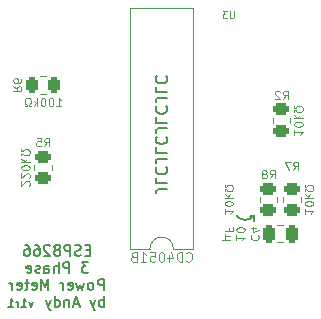
<source format=gbo>
G04 #@! TF.GenerationSoftware,KiCad,Pcbnew,(6.0.2)*
G04 #@! TF.CreationDate,2022-09-28T01:57:24+02:00*
G04 #@! TF.ProjectId,Tiny-Power-Meter,54696e79-2d50-46f7-9765-722d4d657465,rev?*
G04 #@! TF.SameCoordinates,Original*
G04 #@! TF.FileFunction,Legend,Bot*
G04 #@! TF.FilePolarity,Positive*
%FSLAX46Y46*%
G04 Gerber Fmt 4.6, Leading zero omitted, Abs format (unit mm)*
G04 Created by KiCad (PCBNEW (6.0.2)) date 2022-09-28 01:57:24*
%MOMM*%
%LPD*%
G01*
G04 APERTURE LIST*
G04 Aperture macros list*
%AMRoundRect*
0 Rectangle with rounded corners*
0 $1 Rounding radius*
0 $2 $3 $4 $5 $6 $7 $8 $9 X,Y pos of 4 corners*
0 Add a 4 corners polygon primitive as box body*
4,1,4,$2,$3,$4,$5,$6,$7,$8,$9,$2,$3,0*
0 Add four circle primitives for the rounded corners*
1,1,$1+$1,$2,$3*
1,1,$1+$1,$4,$5*
1,1,$1+$1,$6,$7*
1,1,$1+$1,$8,$9*
0 Add four rect primitives between the rounded corners*
20,1,$1+$1,$2,$3,$4,$5,0*
20,1,$1+$1,$4,$5,$6,$7,0*
20,1,$1+$1,$6,$7,$8,$9,0*
20,1,$1+$1,$8,$9,$2,$3,0*%
G04 Aperture macros list end*
%ADD10C,0.150000*%
%ADD11C,0.130000*%
%ADD12C,0.120000*%
%ADD13C,0.100000*%
%ADD14R,2.200000X2.200000*%
%ADD15C,2.200000*%
%ADD16R,1.350000X1.350000*%
%ADD17O,1.350000X1.350000*%
%ADD18C,1.350000*%
%ADD19R,1.700000X1.700000*%
%ADD20O,1.700000X1.700000*%
%ADD21C,0.700000*%
%ADD22C,4.400000*%
%ADD23RoundRect,0.250000X0.450000X-0.262500X0.450000X0.262500X-0.450000X0.262500X-0.450000X-0.262500X0*%
%ADD24RoundRect,0.250000X0.262500X0.450000X-0.262500X0.450000X-0.262500X-0.450000X0.262500X-0.450000X0*%
%ADD25RoundRect,0.250000X-0.450000X0.262500X-0.450000X-0.262500X0.450000X-0.262500X0.450000X0.262500X0*%
%ADD26O,1.600000X1.600000*%
%ADD27R,1.600000X1.600000*%
%ADD28RoundRect,0.250000X-0.250000X-0.475000X0.250000X-0.475000X0.250000X0.475000X-0.250000X0.475000X0*%
G04 APERTURE END LIST*
D10*
X157900000Y-85900000D02*
X157900000Y-86300000D01*
X156400000Y-85900000D02*
G75*
G03*
X157900000Y-85900000I750000J660052D01*
G01*
X157900000Y-85900000D02*
X157500000Y-85900000D01*
X150547619Y-83619047D02*
X149833333Y-83619047D01*
X149690476Y-83666666D01*
X149595238Y-83761904D01*
X149547619Y-83904761D01*
X149547619Y-84000000D01*
X149547619Y-82666666D02*
X149547619Y-83142857D01*
X150547619Y-83142857D01*
X149642857Y-81761904D02*
X149595238Y-81809523D01*
X149547619Y-81952380D01*
X149547619Y-82047619D01*
X149595238Y-82190476D01*
X149690476Y-82285714D01*
X149785714Y-82333333D01*
X149976190Y-82380952D01*
X150119047Y-82380952D01*
X150309523Y-82333333D01*
X150404761Y-82285714D01*
X150500000Y-82190476D01*
X150547619Y-82047619D01*
X150547619Y-81952380D01*
X150500000Y-81809523D01*
X150452380Y-81761904D01*
X150547619Y-81047619D02*
X149833333Y-81047619D01*
X149690476Y-81095238D01*
X149595238Y-81190476D01*
X149547619Y-81333333D01*
X149547619Y-81428571D01*
X149547619Y-80095238D02*
X149547619Y-80571428D01*
X150547619Y-80571428D01*
X149642857Y-79190476D02*
X149595238Y-79238095D01*
X149547619Y-79380952D01*
X149547619Y-79476190D01*
X149595238Y-79619047D01*
X149690476Y-79714285D01*
X149785714Y-79761904D01*
X149976190Y-79809523D01*
X150119047Y-79809523D01*
X150309523Y-79761904D01*
X150404761Y-79714285D01*
X150500000Y-79619047D01*
X150547619Y-79476190D01*
X150547619Y-79380952D01*
X150500000Y-79238095D01*
X150452380Y-79190476D01*
X150547619Y-78476190D02*
X149833333Y-78476190D01*
X149690476Y-78523809D01*
X149595238Y-78619047D01*
X149547619Y-78761904D01*
X149547619Y-78857142D01*
X149547619Y-77523809D02*
X149547619Y-78000000D01*
X150547619Y-78000000D01*
X149642857Y-76619047D02*
X149595238Y-76666666D01*
X149547619Y-76809523D01*
X149547619Y-76904761D01*
X149595238Y-77047619D01*
X149690476Y-77142857D01*
X149785714Y-77190476D01*
X149976190Y-77238095D01*
X150119047Y-77238095D01*
X150309523Y-77190476D01*
X150404761Y-77142857D01*
X150500000Y-77047619D01*
X150547619Y-76904761D01*
X150547619Y-76809523D01*
X150500000Y-76666666D01*
X150452380Y-76619047D01*
X150547619Y-75904761D02*
X149833333Y-75904761D01*
X149690476Y-75952380D01*
X149595238Y-76047619D01*
X149547619Y-76190476D01*
X149547619Y-76285714D01*
X149547619Y-74952380D02*
X149547619Y-75428571D01*
X150547619Y-75428571D01*
X149642857Y-74047619D02*
X149595238Y-74095238D01*
X149547619Y-74238095D01*
X149547619Y-74333333D01*
X149595238Y-74476190D01*
X149690476Y-74571428D01*
X149785714Y-74619047D01*
X149976190Y-74666666D01*
X150119047Y-74666666D01*
X150309523Y-74619047D01*
X150404761Y-74571428D01*
X150500000Y-74476190D01*
X150547619Y-74333333D01*
X150547619Y-74238095D01*
X150500000Y-74095238D01*
X150452380Y-74047619D01*
X145171428Y-93607142D02*
X145171428Y-92707142D01*
X145171428Y-93050000D02*
X145085714Y-93007142D01*
X144914285Y-93007142D01*
X144828571Y-93050000D01*
X144785714Y-93092857D01*
X144742857Y-93178571D01*
X144742857Y-93435714D01*
X144785714Y-93521428D01*
X144828571Y-93564285D01*
X144914285Y-93607142D01*
X145085714Y-93607142D01*
X145171428Y-93564285D01*
X144442857Y-93007142D02*
X144228571Y-93607142D01*
X144014285Y-93007142D02*
X144228571Y-93607142D01*
X144314285Y-93821428D01*
X144357142Y-93864285D01*
X144442857Y-93907142D01*
X143028571Y-93350000D02*
X142600000Y-93350000D01*
X143114285Y-93607142D02*
X142814285Y-92707142D01*
X142514285Y-93607142D01*
X142214285Y-93007142D02*
X142214285Y-93607142D01*
X142214285Y-93092857D02*
X142171428Y-93050000D01*
X142085714Y-93007142D01*
X141957142Y-93007142D01*
X141871428Y-93050000D01*
X141828571Y-93135714D01*
X141828571Y-93607142D01*
X141014285Y-93607142D02*
X141014285Y-92707142D01*
X141014285Y-93564285D02*
X141100000Y-93607142D01*
X141271428Y-93607142D01*
X141357142Y-93564285D01*
X141400000Y-93521428D01*
X141442857Y-93435714D01*
X141442857Y-93178571D01*
X141400000Y-93092857D01*
X141357142Y-93050000D01*
X141271428Y-93007142D01*
X141100000Y-93007142D01*
X141014285Y-93050000D01*
X140671428Y-93007142D02*
X140457142Y-93607142D01*
X140242857Y-93007142D02*
X140457142Y-93607142D01*
X140542857Y-93821428D01*
X140585714Y-93864285D01*
X140671428Y-93907142D01*
D11*
X139150000Y-93150000D02*
X138983333Y-93616666D01*
X138816666Y-93150000D01*
X138183333Y-93616666D02*
X138583333Y-93616666D01*
X138383333Y-93616666D02*
X138383333Y-92916666D01*
X138450000Y-93016666D01*
X138516666Y-93083333D01*
X138583333Y-93116666D01*
X137883333Y-93616666D02*
X137883333Y-93150000D01*
X137883333Y-93283333D02*
X137850000Y-93216666D01*
X137816666Y-93183333D01*
X137750000Y-93150000D01*
X137683333Y-93150000D01*
X137083333Y-93616666D02*
X137483333Y-93616666D01*
X137283333Y-93616666D02*
X137283333Y-92916666D01*
X137350000Y-93016666D01*
X137416666Y-93083333D01*
X137483333Y-93116666D01*
D10*
X143985714Y-88786714D02*
X143685714Y-88786714D01*
X143557142Y-89258142D02*
X143985714Y-89258142D01*
X143985714Y-88358142D01*
X143557142Y-88358142D01*
X143214285Y-89215285D02*
X143085714Y-89258142D01*
X142871428Y-89258142D01*
X142785714Y-89215285D01*
X142742857Y-89172428D01*
X142700000Y-89086714D01*
X142700000Y-89001000D01*
X142742857Y-88915285D01*
X142785714Y-88872428D01*
X142871428Y-88829571D01*
X143042857Y-88786714D01*
X143128571Y-88743857D01*
X143171428Y-88701000D01*
X143214285Y-88615285D01*
X143214285Y-88529571D01*
X143171428Y-88443857D01*
X143128571Y-88401000D01*
X143042857Y-88358142D01*
X142828571Y-88358142D01*
X142700000Y-88401000D01*
X142314285Y-89258142D02*
X142314285Y-88358142D01*
X141971428Y-88358142D01*
X141885714Y-88401000D01*
X141842857Y-88443857D01*
X141800000Y-88529571D01*
X141800000Y-88658142D01*
X141842857Y-88743857D01*
X141885714Y-88786714D01*
X141971428Y-88829571D01*
X142314285Y-88829571D01*
X141285714Y-88743857D02*
X141371428Y-88701000D01*
X141414285Y-88658142D01*
X141457142Y-88572428D01*
X141457142Y-88529571D01*
X141414285Y-88443857D01*
X141371428Y-88401000D01*
X141285714Y-88358142D01*
X141114285Y-88358142D01*
X141028571Y-88401000D01*
X140985714Y-88443857D01*
X140942857Y-88529571D01*
X140942857Y-88572428D01*
X140985714Y-88658142D01*
X141028571Y-88701000D01*
X141114285Y-88743857D01*
X141285714Y-88743857D01*
X141371428Y-88786714D01*
X141414285Y-88829571D01*
X141457142Y-88915285D01*
X141457142Y-89086714D01*
X141414285Y-89172428D01*
X141371428Y-89215285D01*
X141285714Y-89258142D01*
X141114285Y-89258142D01*
X141028571Y-89215285D01*
X140985714Y-89172428D01*
X140942857Y-89086714D01*
X140942857Y-88915285D01*
X140985714Y-88829571D01*
X141028571Y-88786714D01*
X141114285Y-88743857D01*
X140600000Y-88443857D02*
X140557142Y-88401000D01*
X140471428Y-88358142D01*
X140257142Y-88358142D01*
X140171428Y-88401000D01*
X140128571Y-88443857D01*
X140085714Y-88529571D01*
X140085714Y-88615285D01*
X140128571Y-88743857D01*
X140642857Y-89258142D01*
X140085714Y-89258142D01*
X139314285Y-88358142D02*
X139485714Y-88358142D01*
X139571428Y-88401000D01*
X139614285Y-88443857D01*
X139700000Y-88572428D01*
X139742857Y-88743857D01*
X139742857Y-89086714D01*
X139700000Y-89172428D01*
X139657142Y-89215285D01*
X139571428Y-89258142D01*
X139400000Y-89258142D01*
X139314285Y-89215285D01*
X139271428Y-89172428D01*
X139228571Y-89086714D01*
X139228571Y-88872428D01*
X139271428Y-88786714D01*
X139314285Y-88743857D01*
X139400000Y-88701000D01*
X139571428Y-88701000D01*
X139657142Y-88743857D01*
X139700000Y-88786714D01*
X139742857Y-88872428D01*
X138457142Y-88358142D02*
X138628571Y-88358142D01*
X138714285Y-88401000D01*
X138757142Y-88443857D01*
X138842857Y-88572428D01*
X138885714Y-88743857D01*
X138885714Y-89086714D01*
X138842857Y-89172428D01*
X138800000Y-89215285D01*
X138714285Y-89258142D01*
X138542857Y-89258142D01*
X138457142Y-89215285D01*
X138414285Y-89172428D01*
X138371428Y-89086714D01*
X138371428Y-88872428D01*
X138414285Y-88786714D01*
X138457142Y-88743857D01*
X138542857Y-88701000D01*
X138714285Y-88701000D01*
X138800000Y-88743857D01*
X138842857Y-88786714D01*
X138885714Y-88872428D01*
X143857142Y-89807142D02*
X143300000Y-89807142D01*
X143600000Y-90150000D01*
X143471428Y-90150000D01*
X143385714Y-90192857D01*
X143342857Y-90235714D01*
X143300000Y-90321428D01*
X143300000Y-90535714D01*
X143342857Y-90621428D01*
X143385714Y-90664285D01*
X143471428Y-90707142D01*
X143728571Y-90707142D01*
X143814285Y-90664285D01*
X143857142Y-90621428D01*
X142228571Y-90707142D02*
X142228571Y-89807142D01*
X141885714Y-89807142D01*
X141800000Y-89850000D01*
X141757142Y-89892857D01*
X141714285Y-89978571D01*
X141714285Y-90107142D01*
X141757142Y-90192857D01*
X141800000Y-90235714D01*
X141885714Y-90278571D01*
X142228571Y-90278571D01*
X141328571Y-90707142D02*
X141328571Y-89807142D01*
X140942857Y-90707142D02*
X140942857Y-90235714D01*
X140985714Y-90150000D01*
X141071428Y-90107142D01*
X141200000Y-90107142D01*
X141285714Y-90150000D01*
X141328571Y-90192857D01*
X140128571Y-90707142D02*
X140128571Y-90235714D01*
X140171428Y-90150000D01*
X140257142Y-90107142D01*
X140428571Y-90107142D01*
X140514285Y-90150000D01*
X140128571Y-90664285D02*
X140214285Y-90707142D01*
X140428571Y-90707142D01*
X140514285Y-90664285D01*
X140557142Y-90578571D01*
X140557142Y-90492857D01*
X140514285Y-90407142D01*
X140428571Y-90364285D01*
X140214285Y-90364285D01*
X140128571Y-90321428D01*
X139742857Y-90664285D02*
X139657142Y-90707142D01*
X139485714Y-90707142D01*
X139400000Y-90664285D01*
X139357142Y-90578571D01*
X139357142Y-90535714D01*
X139400000Y-90450000D01*
X139485714Y-90407142D01*
X139614285Y-90407142D01*
X139700000Y-90364285D01*
X139742857Y-90278571D01*
X139742857Y-90235714D01*
X139700000Y-90150000D01*
X139614285Y-90107142D01*
X139485714Y-90107142D01*
X139400000Y-90150000D01*
X138628571Y-90664285D02*
X138714285Y-90707142D01*
X138885714Y-90707142D01*
X138971428Y-90664285D01*
X139014285Y-90578571D01*
X139014285Y-90235714D01*
X138971428Y-90150000D01*
X138885714Y-90107142D01*
X138714285Y-90107142D01*
X138628571Y-90150000D01*
X138585714Y-90235714D01*
X138585714Y-90321428D01*
X139014285Y-90407142D01*
X145142857Y-92156142D02*
X145142857Y-91256142D01*
X144800000Y-91256142D01*
X144714285Y-91299000D01*
X144671428Y-91341857D01*
X144628571Y-91427571D01*
X144628571Y-91556142D01*
X144671428Y-91641857D01*
X144714285Y-91684714D01*
X144800000Y-91727571D01*
X145142857Y-91727571D01*
X144114285Y-92156142D02*
X144200000Y-92113285D01*
X144242857Y-92070428D01*
X144285714Y-91984714D01*
X144285714Y-91727571D01*
X144242857Y-91641857D01*
X144200000Y-91599000D01*
X144114285Y-91556142D01*
X143985714Y-91556142D01*
X143900000Y-91599000D01*
X143857142Y-91641857D01*
X143814285Y-91727571D01*
X143814285Y-91984714D01*
X143857142Y-92070428D01*
X143900000Y-92113285D01*
X143985714Y-92156142D01*
X144114285Y-92156142D01*
X143514285Y-91556142D02*
X143342857Y-92156142D01*
X143171428Y-91727571D01*
X143000000Y-92156142D01*
X142828571Y-91556142D01*
X142142857Y-92113285D02*
X142228571Y-92156142D01*
X142400000Y-92156142D01*
X142485714Y-92113285D01*
X142528571Y-92027571D01*
X142528571Y-91684714D01*
X142485714Y-91599000D01*
X142400000Y-91556142D01*
X142228571Y-91556142D01*
X142142857Y-91599000D01*
X142100000Y-91684714D01*
X142100000Y-91770428D01*
X142528571Y-91856142D01*
X141714285Y-92156142D02*
X141714285Y-91556142D01*
X141714285Y-91727571D02*
X141671428Y-91641857D01*
X141628571Y-91599000D01*
X141542857Y-91556142D01*
X141457142Y-91556142D01*
X140471428Y-92156142D02*
X140471428Y-91256142D01*
X140171428Y-91899000D01*
X139871428Y-91256142D01*
X139871428Y-92156142D01*
X139100000Y-92113285D02*
X139185714Y-92156142D01*
X139357142Y-92156142D01*
X139442857Y-92113285D01*
X139485714Y-92027571D01*
X139485714Y-91684714D01*
X139442857Y-91599000D01*
X139357142Y-91556142D01*
X139185714Y-91556142D01*
X139100000Y-91599000D01*
X139057142Y-91684714D01*
X139057142Y-91770428D01*
X139485714Y-91856142D01*
X138800000Y-91556142D02*
X138457142Y-91556142D01*
X138671428Y-91256142D02*
X138671428Y-92027571D01*
X138628571Y-92113285D01*
X138542857Y-92156142D01*
X138457142Y-92156142D01*
X137814285Y-92113285D02*
X137900000Y-92156142D01*
X138071428Y-92156142D01*
X138157142Y-92113285D01*
X138200000Y-92027571D01*
X138200000Y-91684714D01*
X138157142Y-91599000D01*
X138071428Y-91556142D01*
X137900000Y-91556142D01*
X137814285Y-91599000D01*
X137771428Y-91684714D01*
X137771428Y-91770428D01*
X138200000Y-91856142D01*
X137385714Y-92156142D02*
X137385714Y-91556142D01*
X137385714Y-91727571D02*
X137342857Y-91641857D01*
X137300000Y-91599000D01*
X137214285Y-91556142D01*
X137128571Y-91556142D01*
D12*
X160316666Y-76016666D02*
X160550000Y-75683333D01*
X160716666Y-76016666D02*
X160716666Y-75316666D01*
X160450000Y-75316666D01*
X160383333Y-75350000D01*
X160350000Y-75383333D01*
X160316666Y-75450000D01*
X160316666Y-75550000D01*
X160350000Y-75616666D01*
X160383333Y-75650000D01*
X160450000Y-75683333D01*
X160716666Y-75683333D01*
X160050000Y-75383333D02*
X160016666Y-75350000D01*
X159950000Y-75316666D01*
X159783333Y-75316666D01*
X159716666Y-75350000D01*
X159683333Y-75383333D01*
X159650000Y-75450000D01*
X159650000Y-75516666D01*
X159683333Y-75616666D01*
X160083333Y-76016666D01*
X159650000Y-76016666D01*
X161283333Y-78616666D02*
X161283333Y-79016666D01*
X161283333Y-78816666D02*
X161983333Y-78816666D01*
X161883333Y-78883333D01*
X161816666Y-78950000D01*
X161783333Y-79016666D01*
X161983333Y-78183333D02*
X161983333Y-78116666D01*
X161950000Y-78050000D01*
X161916666Y-78016666D01*
X161850000Y-77983333D01*
X161716666Y-77950000D01*
X161550000Y-77950000D01*
X161416666Y-77983333D01*
X161350000Y-78016666D01*
X161316666Y-78050000D01*
X161283333Y-78116666D01*
X161283333Y-78183333D01*
X161316666Y-78250000D01*
X161350000Y-78283333D01*
X161416666Y-78316666D01*
X161550000Y-78350000D01*
X161716666Y-78350000D01*
X161850000Y-78316666D01*
X161916666Y-78283333D01*
X161950000Y-78250000D01*
X161983333Y-78183333D01*
X161283333Y-77650000D02*
X161983333Y-77650000D01*
X161550000Y-77583333D02*
X161283333Y-77383333D01*
X161750000Y-77383333D02*
X161483333Y-77650000D01*
X161283333Y-77116666D02*
X161283333Y-76950000D01*
X161416666Y-76950000D01*
X161450000Y-77016666D01*
X161516666Y-77083333D01*
X161616666Y-77116666D01*
X161783333Y-77116666D01*
X161883333Y-77083333D01*
X161950000Y-77016666D01*
X161983333Y-76916666D01*
X161983333Y-76783333D01*
X161950000Y-76683333D01*
X161883333Y-76616666D01*
X161783333Y-76583333D01*
X161616666Y-76583333D01*
X161516666Y-76616666D01*
X161450000Y-76683333D01*
X161416666Y-76750000D01*
X161283333Y-76750000D01*
X161283333Y-76583333D01*
X140116666Y-80016666D02*
X140350000Y-79683333D01*
X140516666Y-80016666D02*
X140516666Y-79316666D01*
X140250000Y-79316666D01*
X140183333Y-79350000D01*
X140150000Y-79383333D01*
X140116666Y-79450000D01*
X140116666Y-79550000D01*
X140150000Y-79616666D01*
X140183333Y-79650000D01*
X140250000Y-79683333D01*
X140516666Y-79683333D01*
X139483333Y-79316666D02*
X139816666Y-79316666D01*
X139850000Y-79650000D01*
X139816666Y-79616666D01*
X139750000Y-79583333D01*
X139583333Y-79583333D01*
X139516666Y-79616666D01*
X139483333Y-79650000D01*
X139450000Y-79716666D01*
X139450000Y-79883333D01*
X139483333Y-79950000D01*
X139516666Y-79983333D01*
X139583333Y-80016666D01*
X139750000Y-80016666D01*
X139816666Y-79983333D01*
X139850000Y-79950000D01*
X138816666Y-83350000D02*
X138850000Y-83316666D01*
X138883333Y-83250000D01*
X138883333Y-83083333D01*
X138850000Y-83016666D01*
X138816666Y-82983333D01*
X138750000Y-82950000D01*
X138683333Y-82950000D01*
X138583333Y-82983333D01*
X138183333Y-83383333D01*
X138183333Y-82950000D01*
X138816666Y-82683333D02*
X138850000Y-82650000D01*
X138883333Y-82583333D01*
X138883333Y-82416666D01*
X138850000Y-82350000D01*
X138816666Y-82316666D01*
X138750000Y-82283333D01*
X138683333Y-82283333D01*
X138583333Y-82316666D01*
X138183333Y-82716666D01*
X138183333Y-82283333D01*
X138883333Y-81850000D02*
X138883333Y-81783333D01*
X138850000Y-81716666D01*
X138816666Y-81683333D01*
X138750000Y-81650000D01*
X138616666Y-81616666D01*
X138450000Y-81616666D01*
X138316666Y-81650000D01*
X138250000Y-81683333D01*
X138216666Y-81716666D01*
X138183333Y-81783333D01*
X138183333Y-81850000D01*
X138216666Y-81916666D01*
X138250000Y-81950000D01*
X138316666Y-81983333D01*
X138450000Y-82016666D01*
X138616666Y-82016666D01*
X138750000Y-81983333D01*
X138816666Y-81950000D01*
X138850000Y-81916666D01*
X138883333Y-81850000D01*
X138183333Y-81316666D02*
X138883333Y-81316666D01*
X138450000Y-81250000D02*
X138183333Y-81050000D01*
X138650000Y-81050000D02*
X138383333Y-81316666D01*
X138183333Y-80783333D02*
X138183333Y-80616666D01*
X138316666Y-80616666D01*
X138350000Y-80683333D01*
X138416666Y-80750000D01*
X138516666Y-80783333D01*
X138683333Y-80783333D01*
X138783333Y-80750000D01*
X138850000Y-80683333D01*
X138883333Y-80583333D01*
X138883333Y-80450000D01*
X138850000Y-80350000D01*
X138783333Y-80283333D01*
X138683333Y-80250000D01*
X138516666Y-80250000D01*
X138416666Y-80283333D01*
X138350000Y-80350000D01*
X138316666Y-80416666D01*
X138183333Y-80416666D01*
X138183333Y-80250000D01*
X137483333Y-74916666D02*
X137816666Y-75150000D01*
X137483333Y-75316666D02*
X138183333Y-75316666D01*
X138183333Y-75050000D01*
X138150000Y-74983333D01*
X138116666Y-74950000D01*
X138050000Y-74916666D01*
X137950000Y-74916666D01*
X137883333Y-74950000D01*
X137850000Y-74983333D01*
X137816666Y-75050000D01*
X137816666Y-75316666D01*
X138183333Y-74316666D02*
X138183333Y-74450000D01*
X138150000Y-74516666D01*
X138116666Y-74550000D01*
X138016666Y-74616666D01*
X137883333Y-74650000D01*
X137616666Y-74650000D01*
X137550000Y-74616666D01*
X137516666Y-74583333D01*
X137483333Y-74516666D01*
X137483333Y-74383333D01*
X137516666Y-74316666D01*
X137550000Y-74283333D01*
X137616666Y-74250000D01*
X137783333Y-74250000D01*
X137850000Y-74283333D01*
X137883333Y-74316666D01*
X137916666Y-74383333D01*
X137916666Y-74516666D01*
X137883333Y-74583333D01*
X137850000Y-74616666D01*
X137783333Y-74650000D01*
X141150000Y-76616666D02*
X141550000Y-76616666D01*
X141350000Y-76616666D02*
X141350000Y-75916666D01*
X141416666Y-76016666D01*
X141483333Y-76083333D01*
X141550000Y-76116666D01*
X140716666Y-75916666D02*
X140650000Y-75916666D01*
X140583333Y-75950000D01*
X140550000Y-75983333D01*
X140516666Y-76050000D01*
X140483333Y-76183333D01*
X140483333Y-76350000D01*
X140516666Y-76483333D01*
X140550000Y-76550000D01*
X140583333Y-76583333D01*
X140650000Y-76616666D01*
X140716666Y-76616666D01*
X140783333Y-76583333D01*
X140816666Y-76550000D01*
X140850000Y-76483333D01*
X140883333Y-76350000D01*
X140883333Y-76183333D01*
X140850000Y-76050000D01*
X140816666Y-75983333D01*
X140783333Y-75950000D01*
X140716666Y-75916666D01*
X140050000Y-75916666D02*
X139983333Y-75916666D01*
X139916666Y-75950000D01*
X139883333Y-75983333D01*
X139850000Y-76050000D01*
X139816666Y-76183333D01*
X139816666Y-76350000D01*
X139850000Y-76483333D01*
X139883333Y-76550000D01*
X139916666Y-76583333D01*
X139983333Y-76616666D01*
X140050000Y-76616666D01*
X140116666Y-76583333D01*
X140150000Y-76550000D01*
X140183333Y-76483333D01*
X140216666Y-76350000D01*
X140216666Y-76183333D01*
X140183333Y-76050000D01*
X140150000Y-75983333D01*
X140116666Y-75950000D01*
X140050000Y-75916666D01*
X139516666Y-76616666D02*
X139516666Y-75916666D01*
X139450000Y-76350000D02*
X139250000Y-76616666D01*
X139250000Y-76150000D02*
X139516666Y-76416666D01*
X138983333Y-76616666D02*
X138816666Y-76616666D01*
X138816666Y-76483333D01*
X138883333Y-76450000D01*
X138950000Y-76383333D01*
X138983333Y-76283333D01*
X138983333Y-76116666D01*
X138950000Y-76016666D01*
X138883333Y-75950000D01*
X138783333Y-75916666D01*
X138650000Y-75916666D01*
X138550000Y-75950000D01*
X138483333Y-76016666D01*
X138450000Y-76116666D01*
X138450000Y-76283333D01*
X138483333Y-76383333D01*
X138550000Y-76450000D01*
X138616666Y-76483333D01*
X138616666Y-76616666D01*
X138450000Y-76616666D01*
X159216666Y-82716666D02*
X159450000Y-82383333D01*
X159616666Y-82716666D02*
X159616666Y-82016666D01*
X159350000Y-82016666D01*
X159283333Y-82050000D01*
X159250000Y-82083333D01*
X159216666Y-82150000D01*
X159216666Y-82250000D01*
X159250000Y-82316666D01*
X159283333Y-82350000D01*
X159350000Y-82383333D01*
X159616666Y-82383333D01*
X158816666Y-82316666D02*
X158883333Y-82283333D01*
X158916666Y-82250000D01*
X158950000Y-82183333D01*
X158950000Y-82150000D01*
X158916666Y-82083333D01*
X158883333Y-82050000D01*
X158816666Y-82016666D01*
X158683333Y-82016666D01*
X158616666Y-82050000D01*
X158583333Y-82083333D01*
X158550000Y-82150000D01*
X158550000Y-82183333D01*
X158583333Y-82250000D01*
X158616666Y-82283333D01*
X158683333Y-82316666D01*
X158816666Y-82316666D01*
X158883333Y-82350000D01*
X158916666Y-82383333D01*
X158950000Y-82450000D01*
X158950000Y-82583333D01*
X158916666Y-82650000D01*
X158883333Y-82683333D01*
X158816666Y-82716666D01*
X158683333Y-82716666D01*
X158616666Y-82683333D01*
X158583333Y-82650000D01*
X158550000Y-82583333D01*
X158550000Y-82450000D01*
X158583333Y-82383333D01*
X158616666Y-82350000D01*
X158683333Y-82316666D01*
X155383333Y-85316666D02*
X155383333Y-85716666D01*
X155383333Y-85516666D02*
X156083333Y-85516666D01*
X155983333Y-85583333D01*
X155916666Y-85650000D01*
X155883333Y-85716666D01*
X156083333Y-84883333D02*
X156083333Y-84816666D01*
X156050000Y-84750000D01*
X156016666Y-84716666D01*
X155950000Y-84683333D01*
X155816666Y-84650000D01*
X155650000Y-84650000D01*
X155516666Y-84683333D01*
X155450000Y-84716666D01*
X155416666Y-84750000D01*
X155383333Y-84816666D01*
X155383333Y-84883333D01*
X155416666Y-84950000D01*
X155450000Y-84983333D01*
X155516666Y-85016666D01*
X155650000Y-85050000D01*
X155816666Y-85050000D01*
X155950000Y-85016666D01*
X156016666Y-84983333D01*
X156050000Y-84950000D01*
X156083333Y-84883333D01*
X155383333Y-84350000D02*
X156083333Y-84350000D01*
X155650000Y-84283333D02*
X155383333Y-84083333D01*
X155850000Y-84083333D02*
X155583333Y-84350000D01*
X155383333Y-83816666D02*
X155383333Y-83650000D01*
X155516666Y-83650000D01*
X155550000Y-83716666D01*
X155616666Y-83783333D01*
X155716666Y-83816666D01*
X155883333Y-83816666D01*
X155983333Y-83783333D01*
X156050000Y-83716666D01*
X156083333Y-83616666D01*
X156083333Y-83483333D01*
X156050000Y-83383333D01*
X155983333Y-83316666D01*
X155883333Y-83283333D01*
X155716666Y-83283333D01*
X155616666Y-83316666D01*
X155550000Y-83383333D01*
X155516666Y-83450000D01*
X155383333Y-83450000D01*
X155383333Y-83283333D01*
X161216666Y-82016666D02*
X161450000Y-81683333D01*
X161616666Y-82016666D02*
X161616666Y-81316666D01*
X161350000Y-81316666D01*
X161283333Y-81350000D01*
X161250000Y-81383333D01*
X161216666Y-81450000D01*
X161216666Y-81550000D01*
X161250000Y-81616666D01*
X161283333Y-81650000D01*
X161350000Y-81683333D01*
X161616666Y-81683333D01*
X160983333Y-81316666D02*
X160516666Y-81316666D01*
X160816666Y-82016666D01*
X162183333Y-85316666D02*
X162183333Y-85716666D01*
X162183333Y-85516666D02*
X162883333Y-85516666D01*
X162783333Y-85583333D01*
X162716666Y-85650000D01*
X162683333Y-85716666D01*
X162883333Y-84883333D02*
X162883333Y-84816666D01*
X162850000Y-84750000D01*
X162816666Y-84716666D01*
X162750000Y-84683333D01*
X162616666Y-84650000D01*
X162450000Y-84650000D01*
X162316666Y-84683333D01*
X162250000Y-84716666D01*
X162216666Y-84750000D01*
X162183333Y-84816666D01*
X162183333Y-84883333D01*
X162216666Y-84950000D01*
X162250000Y-84983333D01*
X162316666Y-85016666D01*
X162450000Y-85050000D01*
X162616666Y-85050000D01*
X162750000Y-85016666D01*
X162816666Y-84983333D01*
X162850000Y-84950000D01*
X162883333Y-84883333D01*
X162183333Y-84350000D02*
X162883333Y-84350000D01*
X162450000Y-84283333D02*
X162183333Y-84083333D01*
X162650000Y-84083333D02*
X162383333Y-84350000D01*
X162183333Y-83816666D02*
X162183333Y-83650000D01*
X162316666Y-83650000D01*
X162350000Y-83716666D01*
X162416666Y-83783333D01*
X162516666Y-83816666D01*
X162683333Y-83816666D01*
X162783333Y-83783333D01*
X162850000Y-83716666D01*
X162883333Y-83616666D01*
X162883333Y-83483333D01*
X162850000Y-83383333D01*
X162783333Y-83316666D01*
X162683333Y-83283333D01*
X162516666Y-83283333D01*
X162416666Y-83316666D01*
X162350000Y-83383333D01*
X162316666Y-83450000D01*
X162183333Y-83450000D01*
X162183333Y-83283333D01*
D13*
X156157142Y-68571428D02*
X156157142Y-69057142D01*
X156128571Y-69114285D01*
X156100000Y-69142857D01*
X156042857Y-69171428D01*
X155928571Y-69171428D01*
X155871428Y-69142857D01*
X155842857Y-69114285D01*
X155814285Y-69057142D01*
X155814285Y-68571428D01*
X155585714Y-68571428D02*
X155214285Y-68571428D01*
X155414285Y-68800000D01*
X155328571Y-68800000D01*
X155271428Y-68828571D01*
X155242857Y-68857142D01*
X155214285Y-68914285D01*
X155214285Y-69057142D01*
X155242857Y-69114285D01*
X155271428Y-69142857D01*
X155328571Y-69171428D01*
X155500000Y-69171428D01*
X155557142Y-69142857D01*
X155585714Y-69114285D01*
D12*
X152136190Y-89685714D02*
X152174285Y-89723809D01*
X152288571Y-89761904D01*
X152364761Y-89761904D01*
X152479047Y-89723809D01*
X152555238Y-89647619D01*
X152593333Y-89571428D01*
X152631428Y-89419047D01*
X152631428Y-89304761D01*
X152593333Y-89152380D01*
X152555238Y-89076190D01*
X152479047Y-89000000D01*
X152364761Y-88961904D01*
X152288571Y-88961904D01*
X152174285Y-89000000D01*
X152136190Y-89038095D01*
X151793333Y-89761904D02*
X151793333Y-88961904D01*
X151602857Y-88961904D01*
X151488571Y-89000000D01*
X151412380Y-89076190D01*
X151374285Y-89152380D01*
X151336190Y-89304761D01*
X151336190Y-89419047D01*
X151374285Y-89571428D01*
X151412380Y-89647619D01*
X151488571Y-89723809D01*
X151602857Y-89761904D01*
X151793333Y-89761904D01*
X150650476Y-89228571D02*
X150650476Y-89761904D01*
X150840952Y-88923809D02*
X151031428Y-89495238D01*
X150536190Y-89495238D01*
X150079047Y-88961904D02*
X150002857Y-88961904D01*
X149926666Y-89000000D01*
X149888571Y-89038095D01*
X149850476Y-89114285D01*
X149812380Y-89266666D01*
X149812380Y-89457142D01*
X149850476Y-89609523D01*
X149888571Y-89685714D01*
X149926666Y-89723809D01*
X150002857Y-89761904D01*
X150079047Y-89761904D01*
X150155238Y-89723809D01*
X150193333Y-89685714D01*
X150231428Y-89609523D01*
X150269523Y-89457142D01*
X150269523Y-89266666D01*
X150231428Y-89114285D01*
X150193333Y-89038095D01*
X150155238Y-89000000D01*
X150079047Y-88961904D01*
X149088571Y-88961904D02*
X149469523Y-88961904D01*
X149507619Y-89342857D01*
X149469523Y-89304761D01*
X149393333Y-89266666D01*
X149202857Y-89266666D01*
X149126666Y-89304761D01*
X149088571Y-89342857D01*
X149050476Y-89419047D01*
X149050476Y-89609523D01*
X149088571Y-89685714D01*
X149126666Y-89723809D01*
X149202857Y-89761904D01*
X149393333Y-89761904D01*
X149469523Y-89723809D01*
X149507619Y-89685714D01*
X148288571Y-89761904D02*
X148745714Y-89761904D01*
X148517142Y-89761904D02*
X148517142Y-88961904D01*
X148593333Y-89076190D01*
X148669523Y-89152380D01*
X148745714Y-89190476D01*
X147679047Y-89342857D02*
X147564761Y-89380952D01*
X147526666Y-89419047D01*
X147488571Y-89495238D01*
X147488571Y-89609523D01*
X147526666Y-89685714D01*
X147564761Y-89723809D01*
X147640952Y-89761904D01*
X147945714Y-89761904D01*
X147945714Y-88961904D01*
X147679047Y-88961904D01*
X147602857Y-89000000D01*
X147564761Y-89038095D01*
X147526666Y-89114285D01*
X147526666Y-89190476D01*
X147564761Y-89266666D01*
X147602857Y-89304761D01*
X147679047Y-89342857D01*
X147945714Y-89342857D01*
X157650000Y-87516666D02*
X157616666Y-87550000D01*
X157583333Y-87650000D01*
X157583333Y-87716666D01*
X157616666Y-87816666D01*
X157683333Y-87883333D01*
X157750000Y-87916666D01*
X157883333Y-87950000D01*
X157983333Y-87950000D01*
X158116666Y-87916666D01*
X158183333Y-87883333D01*
X158250000Y-87816666D01*
X158283333Y-87716666D01*
X158283333Y-87650000D01*
X158250000Y-87550000D01*
X158216666Y-87516666D01*
X158050000Y-86916666D02*
X157583333Y-86916666D01*
X158316666Y-87083333D02*
X157816666Y-87250000D01*
X157816666Y-86816666D01*
X156383333Y-87533333D02*
X156383333Y-87933333D01*
X156383333Y-87733333D02*
X157083333Y-87733333D01*
X156983333Y-87800000D01*
X156916666Y-87866666D01*
X156883333Y-87933333D01*
X157083333Y-87100000D02*
X157083333Y-87033333D01*
X157050000Y-86966666D01*
X157016666Y-86933333D01*
X156950000Y-86900000D01*
X156816666Y-86866666D01*
X156650000Y-86866666D01*
X156516666Y-86900000D01*
X156450000Y-86933333D01*
X156416666Y-86966666D01*
X156383333Y-87033333D01*
X156383333Y-87100000D01*
X156416666Y-87166666D01*
X156450000Y-87200000D01*
X156516666Y-87233333D01*
X156650000Y-87266666D01*
X156816666Y-87266666D01*
X156950000Y-87233333D01*
X157016666Y-87200000D01*
X157050000Y-87166666D01*
X157083333Y-87100000D01*
X155850000Y-87900000D02*
X155150000Y-87900000D01*
X155483333Y-87566666D02*
X155416666Y-87533333D01*
X155383333Y-87466666D01*
X155483333Y-87900000D02*
X155416666Y-87866666D01*
X155383333Y-87800000D01*
X155383333Y-87666666D01*
X155416666Y-87600000D01*
X155483333Y-87566666D01*
X155850000Y-87566666D01*
X155750000Y-86933333D02*
X155750000Y-87166666D01*
X155383333Y-87166666D02*
X156083333Y-87166666D01*
X156083333Y-86833333D01*
X160935000Y-78027064D02*
X160935000Y-77572936D01*
X159465000Y-78027064D02*
X159465000Y-77572936D01*
X140735000Y-82027064D02*
X140735000Y-81572936D01*
X139265000Y-82027064D02*
X139265000Y-81572936D01*
X140227064Y-74065000D02*
X139772936Y-74065000D01*
X140227064Y-75535000D02*
X139772936Y-75535000D01*
X159835000Y-84727064D02*
X159835000Y-84272936D01*
X158365000Y-84727064D02*
X158365000Y-84272936D01*
X161835000Y-84272936D02*
X161835000Y-84727064D01*
X160365000Y-84272936D02*
X160365000Y-84727064D01*
X151060000Y-88705000D02*
G75*
G03*
X149060000Y-88705000I-1000000J0D01*
G01*
X149060000Y-88705000D02*
X147410000Y-88705000D01*
X147410000Y-68265000D02*
X152710000Y-68265000D01*
X147410000Y-88705000D02*
X147410000Y-68265000D01*
X152710000Y-68265000D02*
X152710000Y-88705000D01*
X152710000Y-88705000D02*
X151060000Y-88705000D01*
X159838748Y-88135000D02*
X160361252Y-88135000D01*
X159838748Y-86665000D02*
X160361252Y-86665000D01*
%LPC*%
D14*
X148800000Y-93100000D03*
D15*
X151340000Y-93100000D03*
D16*
X143045000Y-70780000D03*
D17*
X143045000Y-72780000D03*
X143045000Y-74780000D03*
X143045000Y-76780000D03*
X143045000Y-78780000D03*
X143045000Y-80780000D03*
X143045000Y-82780000D03*
X143045000Y-84780000D03*
X157045000Y-84780000D03*
X157045000Y-82780000D03*
X157045000Y-80780000D03*
X157045000Y-78780000D03*
X157045000Y-76780000D03*
X157045000Y-74780000D03*
X157045000Y-72780000D03*
D18*
X157045000Y-70780000D03*
D19*
X160200000Y-89650000D03*
D20*
X160200000Y-92190000D03*
X157660000Y-89650000D03*
X157660000Y-92190000D03*
X155120000Y-89650000D03*
X155120000Y-92190000D03*
D21*
X162466726Y-71666726D03*
X162950000Y-70500000D03*
X162466726Y-69333274D03*
X161300000Y-72150000D03*
X160133274Y-71666726D03*
X161300000Y-68850000D03*
X159650000Y-70500000D03*
D22*
X161300000Y-70500000D03*
D21*
X160133274Y-69333274D03*
X139966726Y-71666726D03*
X140450000Y-70500000D03*
X137633274Y-71666726D03*
X139966726Y-69333274D03*
X137150000Y-70500000D03*
X138800000Y-72150000D03*
X137633274Y-69333274D03*
X138800000Y-68850000D03*
D22*
X138800000Y-70500000D03*
D23*
X160200000Y-78712500D03*
X160200000Y-76887500D03*
X140000000Y-82712500D03*
X140000000Y-80887500D03*
D24*
X140912500Y-74800000D03*
X139087500Y-74800000D03*
D23*
X159100000Y-85412500D03*
X159100000Y-83587500D03*
D25*
X161100000Y-83587500D03*
X161100000Y-85412500D03*
D26*
X153870000Y-87375000D03*
X153870000Y-84835000D03*
X153870000Y-82295000D03*
X153870000Y-79755000D03*
X153870000Y-77215000D03*
X153870000Y-74675000D03*
X153870000Y-72135000D03*
X153870000Y-69595000D03*
X146250000Y-69595000D03*
X146250000Y-72135000D03*
X146250000Y-74675000D03*
X146250000Y-77215000D03*
X146250000Y-79755000D03*
X146250000Y-82295000D03*
X146250000Y-84835000D03*
D27*
X146250000Y-87375000D03*
D28*
X159150000Y-87400000D03*
X161050000Y-87400000D03*
M02*

</source>
